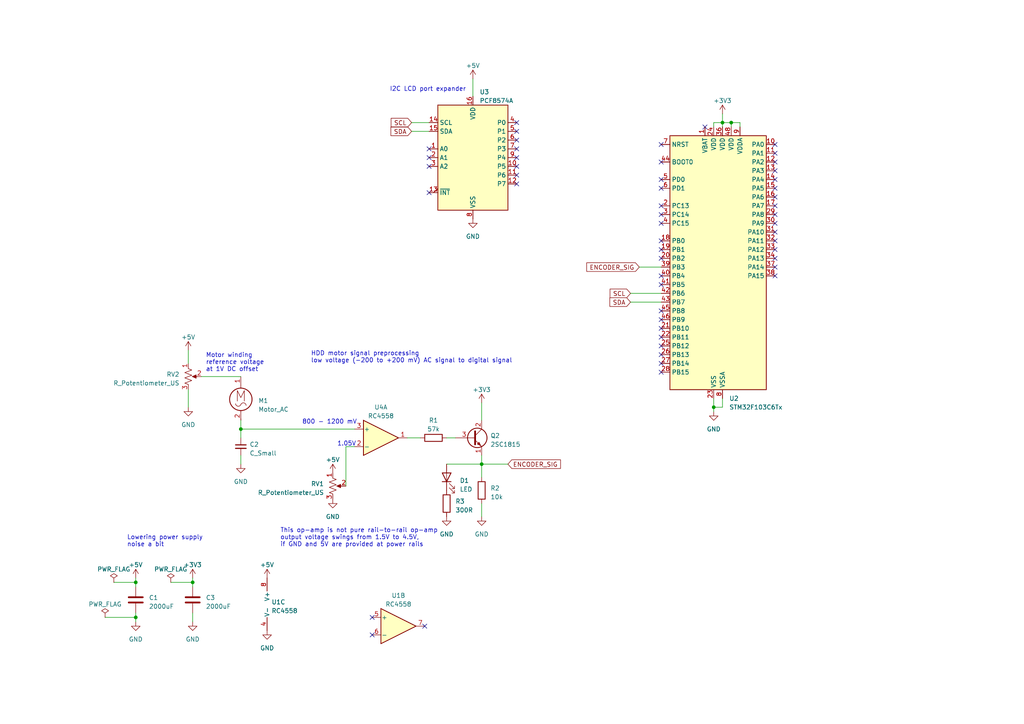
<source format=kicad_sch>
(kicad_sch (version 20230121) (generator eeschema)
  (paper "A4")
  (lib_symbols
    (symbol "Amplifier_Operational:RC4558" (pin_names (offset 0.127))
      (property "Reference" "U" (at 0 5.08 0))
      (property "Value" "RC4558" (at 0 -5.08 0))
      (symbol "RC4558_1_1"
        (polyline (pts (xy -5.08 5.08) (xy 5.08 0) (xy -5.08 -5.08) (xy -5.08 5.08)) (stroke (width 0.254)) (fill (type background)))
        (pin output line (at 7.62 0 180) (length 2.54) (name "~") (number "1"))
        (pin input line (at -7.62 -2.54 0) (length 2.54) (name "-") (number "2"))
        (pin input line (at -7.62 2.54 0) (length 2.54) (name "+") (number "3"))
      )
      (symbol "RC4558_2_1"
        (polyline (pts (xy -5.08 5.08) (xy 5.08 0) (xy -5.08 -5.08) (xy -5.08 5.08)) (stroke (width 0.254)) (fill (type background)))
        (pin input line (at -7.62 2.54 0) (length 2.54) (name "+") (number "5"))
        (pin input line (at -7.62 -2.54 0) (length 2.54) (name "-") (number "6"))
        (pin output line (at 7.62 0 180) (length 2.54) (name "~") (number "7"))
      )
      (symbol "RC4558_3_1"
        (pin power_in line (at -2.54 -7.62 90) (length 3.81) (name "V-") (number "4"))
        (pin power_in line (at -2.54 7.62 270) (length 3.81) (name "V+") (number "8"))
      )
    )
    (symbol "Device:C" (pin_numbers hide) (pin_names (offset 0.254))
      (property "Reference" "C" (at 0.635 2.54 0))
      (property "Value" "C" (at 0.635 -2.54 0))
      (symbol "C_0_1"
        (polyline (pts (xy -2.032 -0.762) (xy 2.032 -0.762)) (stroke (width 0.508)))
        (polyline (pts (xy -2.032 0.762) (xy 2.032 0.762)) (stroke (width 0.508)))
      )
      (symbol "C_1_1"
        (pin passive line (at 0 3.81 270) (length 2.794) (name "~") (number "1"))
        (pin passive line (at 0 -3.81 90) (length 2.794) (name "~") (number "2"))
      )
    )
    (symbol "Device:C_Small" (pin_numbers hide) (pin_names (offset 0.254) hide)
      (property "Reference" "C" (at 0.254 1.778 0))
      (property "Value" "C_Small" (at 0.254 -2.032 0))
      (symbol "C_Small_0_1"
        (polyline (pts (xy -1.524 -0.508) (xy 1.524 -0.508)) (stroke (width 0.3302)))
        (polyline (pts (xy -1.524 0.508) (xy 1.524 0.508)) (stroke (width 0.3048)))
      )
      (symbol "C_Small_1_1"
        (pin passive line (at 0 2.54 270) (length 2.032) (name "~") (number "1"))
        (pin passive line (at 0 -2.54 90) (length 2.032) (name "~") (number "2"))
      )
    )
    (symbol "Device:LED" (pin_numbers hide) (pin_names (offset 1.016) hide)
      (property "Reference" "D" (at 0 2.54 0))
      (property "Value" "LED" (at 0 -2.54 0))
      (symbol "LED_0_1"
        (polyline (pts (xy -1.27 -1.27) (xy -1.27 1.27)) (stroke (width 0.254)))
        (polyline (pts (xy -1.27 0) (xy 1.27 0)))
        (polyline (pts (xy 1.27 -1.27) (xy 1.27 1.27) (xy -1.27 0) (xy 1.27 -1.27)) (stroke (width 0.254)))
        (polyline (pts (xy -3.048 -0.762) (xy -4.572 -2.286) (xy -3.81 -2.286) (xy -4.572 -2.286) (xy -4.572 -1.524)))
        (polyline (pts (xy -1.778 -0.762) (xy -3.302 -2.286) (xy -2.54 -2.286) (xy -3.302 -2.286) (xy -3.302 -1.524)))
      )
      (symbol "LED_1_1"
        (pin passive line (at -3.81 0 0) (length 2.54) (name "K") (number "1"))
        (pin passive line (at 3.81 0 180) (length 2.54) (name "A") (number "2"))
      )
    )
    (symbol "Device:R" (pin_numbers hide) (pin_names (offset 0))
      (property "Reference" "R" (at 2.032 0 90))
      (property "Value" "R" (at 0 0 90))
      (symbol "R_0_1"
        (rectangle (start -1.016 -2.54) (end 1.016 2.54) (stroke (width 0.254)))
      )
      (symbol "R_1_1"
        (pin passive line (at 0 3.81 270) (length 1.27) (name "~") (number "1"))
        (pin passive line (at 0 -3.81 90) (length 1.27) (name "~") (number "2"))
      )
    )
    (symbol "Device:R_Potentiometer_US" (pin_names (offset 1.016) hide)
      (property "Reference" "RV" (at -4.445 0 90))
      (property "Value" "R_Potentiometer_US" (at -2.54 0 90))
      (symbol "R_Potentiometer_US_0_1"
        (polyline (pts (xy 0 -2.286) (xy 0 -2.54)))
        (polyline (pts (xy 0 2.54) (xy 0 2.286)))
        (polyline (pts (xy 2.54 0) (xy 1.524 0)))
        (polyline (pts (xy 1.143 0) (xy 2.286 0.508) (xy 2.286 -0.508) (xy 1.143 0)) (fill (type outline)))
        (polyline (pts (xy 0 -0.762) (xy 1.016 -1.143) (xy 0 -1.524) (xy -1.016 -1.905) (xy 0 -2.286)))
        (polyline (pts (xy 0 0.762) (xy 1.016 0.381) (xy 0 0) (xy -1.016 -0.381) (xy 0 -0.762)))
        (polyline (pts (xy 0 2.286) (xy 1.016 1.905) (xy 0 1.524) (xy -1.016 1.143) (xy 0 0.762)))
      )
      (symbol "R_Potentiometer_US_1_1"
        (pin passive line (at 0 3.81 270) (length 1.27) (name "1") (number "1"))
        (pin passive line (at 3.81 0 180) (length 1.27) (name "2") (number "2"))
        (pin passive line (at 0 -3.81 90) (length 1.27) (name "3") (number "3"))
      )
    )
    (symbol "Interface_Expansion:PCF8574A"
      (property "Reference" "U" (at -8.89 16.51 0))
      (property "Value" "PCF8574A" (at 2.54 16.51 0))
      (symbol "PCF8574A_0_1"
        (rectangle (start -10.16 15.24) (end 10.16 -15.24) (stroke (width 0.254)) (fill (type background)))
      )
      (symbol "PCF8574A_1_1"
        (pin input line (at -12.7 2.54 0) (length 2.54) (name "A0") (number "1"))
        (pin bidirectional line (at 12.7 -2.54 180) (length 2.54) (name "P5") (number "10"))
        (pin bidirectional line (at 12.7 -5.08 180) (length 2.54) (name "P6") (number "11"))
        (pin bidirectional line (at 12.7 -7.62 180) (length 2.54) (name "P7") (number "12"))
        (pin open_collector output_low (at -12.7 -10.16 0) (length 2.54) (name "~{INT}") (number "13"))
        (pin input line (at -12.7 10.16 0) (length 2.54) (name "SCL") (number "14"))
        (pin bidirectional line (at -12.7 7.62 0) (length 2.54) (name "SDA") (number "15"))
        (pin power_in line (at 0 17.78 270) (length 2.54) (name "VDD") (number "16"))
        (pin input line (at -12.7 0 0) (length 2.54) (name "A1") (number "2"))
        (pin input line (at -12.7 -2.54 0) (length 2.54) (name "A2") (number "3"))
        (pin bidirectional line (at 12.7 10.16 180) (length 2.54) (name "P0") (number "4"))
        (pin bidirectional line (at 12.7 7.62 180) (length 2.54) (name "P1") (number "5"))
        (pin bidirectional line (at 12.7 5.08 180) (length 2.54) (name "P2") (number "6"))
        (pin bidirectional line (at 12.7 2.54 180) (length 2.54) (name "P3") (number "7"))
        (pin power_in line (at 0 -17.78 90) (length 2.54) (name "VSS") (number "8"))
        (pin bidirectional line (at 12.7 0 180) (length 2.54) (name "P4") (number "9"))
      )
    )
    (symbol "MCU_ST_STM32F1:STM32F103C6Tx"
      (property "Reference" "U" (at -12.7 39.37 0))
      (property "Value" "STM32F103C6Tx" (at 10.16 39.37 0))
      (symbol "STM32F103C6Tx_0_1"
        (rectangle (start -12.7 -35.56) (end 15.24 38.1) (stroke (width 0.254)) (fill (type background)))
      )
      (symbol "STM32F103C6Tx_1_1"
        (pin power_in line (at -2.54 40.64 270) (length 2.54) (name "VBAT") (number "1"))
        (pin bidirectional line (at 17.78 35.56 180) (length 2.54) (name "PA0") (number "10"))
        (pin bidirectional line (at 17.78 33.02 180) (length 2.54) (name "PA1") (number "11"))
        (pin bidirectional line (at 17.78 30.48 180) (length 2.54) (name "PA2") (number "12"))
        (pin bidirectional line (at 17.78 27.94 180) (length 2.54) (name "PA3") (number "13"))
        (pin bidirectional line (at 17.78 25.4 180) (length 2.54) (name "PA4") (number "14"))
        (pin bidirectional line (at 17.78 22.86 180) (length 2.54) (name "PA5") (number "15"))
        (pin bidirectional line (at 17.78 20.32 180) (length 2.54) (name "PA6") (number "16"))
        (pin bidirectional line (at 17.78 17.78 180) (length 2.54) (name "PA7") (number "17"))
        (pin bidirectional line (at -15.24 7.62 0) (length 2.54) (name "PB0") (number "18"))
        (pin bidirectional line (at -15.24 5.08 0) (length 2.54) (name "PB1") (number "19"))
        (pin bidirectional line (at -15.24 17.78 0) (length 2.54) (name "PC13") (number "2"))
        (pin bidirectional line (at -15.24 2.54 0) (length 2.54) (name "PB2") (number "20"))
        (pin bidirectional line (at -15.24 -17.78 0) (length 2.54) (name "PB10") (number "21"))
        (pin bidirectional line (at -15.24 -20.32 0) (length 2.54) (name "PB11") (number "22"))
        (pin power_in line (at 0 -38.1 90) (length 2.54) (name "VSS") (number "23"))
        (pin power_in line (at 0 40.64 270) (length 2.54) (name "VDD") (number "24"))
        (pin bidirectional line (at -15.24 -22.86 0) (length 2.54) (name "PB12") (number "25"))
        (pin bidirectional line (at -15.24 -25.4 0) (length 2.54) (name "PB13") (number "26"))
        (pin bidirectional line (at -15.24 -27.94 0) (length 2.54) (name "PB14") (number "27"))
        (pin bidirectional line (at -15.24 -30.48 0) (length 2.54) (name "PB15") (number "28"))
        (pin bidirectional line (at 17.78 15.24 180) (length 2.54) (name "PA8") (number "29"))
        (pin bidirectional line (at -15.24 15.24 0) (length 2.54) (name "PC14") (number "3"))
        (pin bidirectional line (at 17.78 12.7 180) (length 2.54) (name "PA9") (number "30"))
        (pin bidirectional line (at 17.78 10.16 180) (length 2.54) (name "PA10") (number "31"))
        (pin bidirectional line (at 17.78 7.62 180) (length 2.54) (name "PA11") (number "32"))
        (pin bidirectional line (at 17.78 5.08 180) (length 2.54) (name "PA12") (number "33"))
        (pin bidirectional line (at 17.78 2.54 180) (length 2.54) (name "PA13") (number "34"))
        (pin passive line (at 0 -38.1 90) (length 2.54) hide (name "VSS") (number "35"))
        (pin power_in line (at 2.54 40.64 270) (length 2.54) (name "VDD") (number "36"))
        (pin bidirectional line (at 17.78 0 180) (length 2.54) (name "PA14") (number "37"))
        (pin bidirectional line (at 17.78 -2.54 180) (length 2.54) (name "PA15") (number "38"))
        (pin bidirectional line (at -15.24 0 0) (length 2.54) (name "PB3") (number "39"))
        (pin bidirectional line (at -15.24 12.7 0) (length 2.54) (name "PC15") (number "4"))
        (pin bidirectional line (at -15.24 -2.54 0) (length 2.54) (name "PB4") (number "40"))
        (pin bidirectional line (at -15.24 -5.08 0) (length 2.54) (name "PB5") (number "41"))
        (pin bidirectional line (at -15.24 -7.62 0) (length 2.54) (name "PB6") (number "42"))
        (pin bidirectional line (at -15.24 -10.16 0) (length 2.54) (name "PB7") (number "43"))
        (pin input line (at -15.24 30.48 0) (length 2.54) (name "BOOT0") (number "44"))
        (pin bidirectional line (at -15.24 -12.7 0) (length 2.54) (name "PB8") (number "45"))
        (pin bidirectional line (at -15.24 -15.24 0) (length 2.54) (name "PB9") (number "46"))
        (pin passive line (at 0 -38.1 90) (length 2.54) hide (name "VSS") (number "47"))
        (pin power_in line (at 5.08 40.64 270) (length 2.54) (name "VDD") (number "48"))
        (pin bidirectional line (at -15.24 25.4 0) (length 2.54) (name "PD0") (number "5"))
        (pin bidirectional line (at -15.24 22.86 0) (length 2.54) (name "PD1") (number "6"))
        (pin input line (at -15.24 35.56 0) (length 2.54) (name "NRST") (number "7"))
        (pin power_in line (at 2.54 -38.1 90) (length 2.54) (name "VSSA") (number "8"))
        (pin power_in line (at 7.62 40.64 270) (length 2.54) (name "VDDA") (number "9"))
      )
    )
    (symbol "Motor:Motor_AC" (pin_names (offset 0))
      (property "Reference" "M" (at 2.54 2.54 0))
      (property "Value" "Motor_AC" (at 2.54 -5.08 0))
      (symbol "Motor_AC_0_0"
        (arc (start -1.524 -2.794) (mid -0.8654 -3.5217) (end 0 -3.048))
        (polyline (pts (xy -1.016 -2.032) (xy -1.016 1.016) (xy 0 -1.016) (xy 1.016 1.016) (xy 1.016 -2.032)))
        (arc (start 1.524 -3.302) (mid 0.85 -2.5503) (end 0 -3.048))
      )
      (symbol "Motor_AC_0_1"
        (circle (center 0 -1.524) (radius 3.2512) (stroke (width 0.254)))
        (polyline (pts (xy 0 -7.62) (xy 0 -7.112)))
        (polyline (pts (xy 0 -4.7752) (xy 0 -5.1816)))
        (polyline (pts (xy 0 1.7272) (xy 0 2.0828)))
        (polyline (pts (xy 0 2.032) (xy 0 2.54)))
      )
      (symbol "Motor_AC_1_1"
        (pin passive line (at 0 5.08 270) (length 2.54) (name "~") (number "1"))
        (pin passive line (at 0 -7.62 90) (length 2.54) (name "~") (number "2"))
      )
    )
    (symbol "Transistor_BJT:2SC1815" (pin_names (offset 0) hide)
      (property "Reference" "Q" (at 5.08 1.905 0))
      (property "Value" "2SC1815" (at 5.08 0 0))
      (symbol "2SC1815_0_1"
        (polyline (pts (xy 0 0) (xy 0.508 0)))
        (polyline (pts (xy 0.635 0.635) (xy 2.54 2.54)))
        (polyline (pts (xy 0.635 -0.635) (xy 2.54 -2.54) (xy 2.54 -2.54)))
        (polyline (pts (xy 0.635 1.905) (xy 0.635 -1.905) (xy 0.635 -1.905)) (stroke (width 0.508)))
        (polyline (pts (xy 1.27 -1.778) (xy 1.778 -1.27) (xy 2.286 -2.286) (xy 1.27 -1.778) (xy 1.27 -1.778)) (fill (type outline)))
        (circle (center 1.27 0) (radius 2.8194) (stroke (width 0.254)))
      )
      (symbol "2SC1815_1_1"
        (pin passive line (at 2.54 -5.08 90) (length 2.54) (name "E") (number "1"))
        (pin passive line (at 2.54 5.08 270) (length 2.54) (name "C") (number "2"))
        (pin input line (at -5.08 0 0) (length 5.08) (name "B") (number "3"))
      )
    )
    (symbol "power:+3V3" (power) (pin_names (offset 0))
      (property "Value" "+3V3" (at 0 3.556 0))
      (symbol "+3V3_0_1"
        (polyline (pts (xy -0.762 1.27) (xy 0 2.54)))
        (polyline (pts (xy 0 0) (xy 0 2.54)))
        (polyline (pts (xy 0 2.54) (xy 0.762 1.27)))
      )
      (symbol "+3V3_1_1"
        (pin power_in line (at 0 0 90) (length 0) hide (name "+3V3") (number "1"))
      )
    )
    (symbol "power:+5V" (power) (pin_names (offset 0))
      (property "Value" "+5V" (at 0 3.556 0))
      (symbol "+5V_0_1"
        (polyline (pts (xy -0.762 1.27) (xy 0 2.54)))
        (polyline (pts (xy 0 0) (xy 0 2.54)))
        (polyline (pts (xy 0 2.54) (xy 0.762 1.27)))
      )
      (symbol "+5V_1_1"
        (pin power_in line (at 0 0 90) (length 0) hide (name "+5V") (number "1"))
      )
    )
    (symbol "power:GND" (power) (pin_names (offset 0))
      (property "Value" "GND" (at 0 -3.81 0))
      (symbol "GND_0_1"
        (polyline (pts (xy 0 0) (xy 0 -1.27) (xy 1.27 -1.27) (xy 0 -2.54) (xy -1.27 -1.27) (xy 0 -1.27)))
      )
      (symbol "GND_1_1"
        (pin power_in line (at 0 0 270) (length 0) hide (name "GND") (number "1"))
      )
    )
    (symbol "power:PWR_FLAG" (power) (pin_numbers hide) (pin_names (offset 0) hide)
      (property "Value" "PWR_FLAG" (at 0 3.81 0))
      (symbol "PWR_FLAG_0_0"
        (pin power_out line (at 0 0 90) (length 0) (name "pwr") (number "1"))
      )
      (symbol "PWR_FLAG_0_1"
        (polyline (pts (xy 0 0) (xy 0 1.27) (xy -1.016 1.905) (xy 0 2.54) (xy 1.016 1.905) (xy 0 1.27)))
      )
    )
  )
  (junction (at 139.7 134.62))
  (junction (at 207.01 118.11))
  (junction (at 39.37 168.91))
  (junction (at 55.88 168.91))
  (junction (at 69.85 124.46))
  (junction (at 212.09 35.56))
  (junction (at 39.37 179.07))
  (junction (at 209.55 35.56))
  (no_connect (at 191.77 59.69))
  (no_connect (at 224.79 49.53))
  (no_connect (at 107.95 179.07))
  (no_connect (at 191.77 95.25))
  (no_connect (at 224.79 54.61))
  (no_connect (at 224.79 72.39))
  (no_connect (at 224.79 67.31))
  (no_connect (at 124.46 43.18))
  (no_connect (at 191.77 69.85))
  (no_connect (at 224.79 62.23))
  (no_connect (at 224.79 74.93))
  (no_connect (at 107.95 184.15))
  (no_connect (at 191.77 90.17))
  (no_connect (at 191.77 46.99))
  (no_connect (at 191.77 41.91))
  (no_connect (at 149.86 50.8))
  (no_connect (at 224.79 46.99))
  (no_connect (at 191.77 92.71))
  (no_connect (at 191.77 100.33))
  (no_connect (at 191.77 97.79))
  (no_connect (at 191.77 54.61))
  (no_connect (at 204.47 36.83))
  (no_connect (at 124.46 55.88))
  (no_connect (at 191.77 80.01))
  (no_connect (at 191.77 82.55))
  (no_connect (at 224.79 41.91))
  (no_connect (at 224.79 69.85))
  (no_connect (at 191.77 102.87))
  (no_connect (at 224.79 52.07))
  (no_connect (at 224.79 80.01))
  (no_connect (at 191.77 64.77))
  (no_connect (at 191.77 74.93))
  (no_connect (at 191.77 52.07))
  (no_connect (at 191.77 62.23))
  (no_connect (at 191.77 72.39))
  (no_connect (at 224.79 59.69))
  (no_connect (at 124.46 48.26))
  (no_connect (at 224.79 57.15))
  (no_connect (at 149.86 53.34))
  (no_connect (at 224.79 77.47))
  (no_connect (at 191.77 107.95))
  (no_connect (at 149.86 38.1))
  (no_connect (at 123.19 181.61))
  (no_connect (at 224.79 64.77))
  (no_connect (at 124.46 45.72))
  (no_connect (at 149.86 48.26))
  (no_connect (at 191.77 105.41))
  (no_connect (at 149.86 43.18))
  (no_connect (at 149.86 40.64))
  (no_connect (at 224.79 44.45))
  (no_connect (at 149.86 35.56))
  (no_connect (at 149.86 45.72))
  (wire (pts (xy 207.01 118.11) (xy 209.55 118.11)))
  (wire (pts (xy 39.37 177.8) (xy 39.37 179.07)))
  (wire (pts (xy 139.7 138.43) (xy 139.7 134.62)))
  (wire (pts (xy 69.85 124.46) (xy 102.87 124.46)))
  (wire (pts (xy 139.7 146.05) (xy 139.7 149.86)))
  (wire (pts (xy 55.88 170.18) (xy 55.88 168.91)))
  (wire (pts (xy 119.38 35.56) (xy 124.46 35.56)))
  (wire (pts (xy 182.88 87.63) (xy 191.77 87.63)))
  (wire (pts (xy 100.33 140.97) (xy 100.33 129.54)))
  (wire (pts (xy 209.55 35.56) (xy 209.55 36.83)))
  (wire (pts (xy 119.38 38.1) (xy 124.46 38.1)))
  (wire (pts (xy 182.88 85.09) (xy 191.77 85.09)))
  (wire (pts (xy 33.02 168.91) (xy 39.37 168.91)))
  (wire (pts (xy 214.63 36.83) (xy 214.63 35.56)))
  (wire (pts (xy 55.88 168.91) (xy 55.88 167.64)))
  (wire (pts (xy 209.55 33.02) (xy 209.55 35.56)))
  (wire (pts (xy 209.55 115.57) (xy 209.55 118.11)))
  (wire (pts (xy 39.37 179.07) (xy 39.37 180.34)))
  (wire (pts (xy 55.88 177.8) (xy 55.88 180.34)))
  (wire (pts (xy 139.7 116.84) (xy 139.7 121.92)))
  (wire (pts (xy 58.42 109.22) (xy 69.85 109.22)))
  (wire (pts (xy 139.7 134.62) (xy 139.7 132.08)))
  (wire (pts (xy 49.53 168.91) (xy 55.88 168.91)))
  (wire (pts (xy 129.54 134.62) (xy 139.7 134.62)))
  (wire (pts (xy 214.63 35.56) (xy 212.09 35.56)))
  (wire (pts (xy 137.16 22.86) (xy 137.16 27.94)))
  (wire (pts (xy 207.01 35.56) (xy 209.55 35.56)))
  (wire (pts (xy 39.37 167.64) (xy 39.37 168.91)))
  (wire (pts (xy 54.61 105.41) (xy 54.61 101.6)))
  (wire (pts (xy 69.85 124.46) (xy 69.85 127)))
  (wire (pts (xy 69.85 132.08) (xy 69.85 134.62)))
  (wire (pts (xy 30.48 179.07) (xy 39.37 179.07)))
  (wire (pts (xy 129.54 127) (xy 132.08 127)))
  (wire (pts (xy 100.33 129.54) (xy 102.87 129.54)))
  (wire (pts (xy 39.37 168.91) (xy 39.37 170.18)))
  (wire (pts (xy 207.01 36.83) (xy 207.01 35.56)))
  (wire (pts (xy 212.09 36.83) (xy 212.09 35.56)))
  (wire (pts (xy 54.61 113.03) (xy 54.61 118.11)))
  (wire (pts (xy 185.42 77.47) (xy 191.77 77.47)))
  (wire (pts (xy 69.85 121.92) (xy 69.85 124.46)))
  (wire (pts (xy 212.09 35.56) (xy 209.55 35.56)))
  (wire (pts (xy 207.01 118.11) (xy 207.01 115.57)))
  (wire (pts (xy 207.01 119.38) (xy 207.01 118.11)))
  (wire (pts (xy 139.7 134.62) (xy 147.32 134.62)))
  (wire (pts (xy 118.11 127) (xy 121.92 127)))
  (text "This op-amp is not pure rail-to-rail op-amp\noutput voltage swings from 1.5V to 4.5V,\nif GND and 5V are provided at power rails\n" (at 81.28 158.75 0) (effects (font (size 1.27 1.27)) (justify left bottom)))
  (text "800 - 1200 mV\n" (at 87.63 123.19 0) (effects (font (size 1.27 1.27)) (justify left bottom)))
  (text "Lowering power supply\nnoise a bit\n" (at 36.83 158.75 0) (effects (font (size 1.27 1.27)) (justify left bottom)))
  (text "1.05V" (at 97.79 129.54 0) (effects (font (size 1.27 1.27)) (justify left bottom)))
  (text "HDD motor signal preprocessing\nlow voltage (-200 to +200 mV) AC signal to digital signal" (at 90.17 105.41 0) (effects (font (size 1.27 1.27)) (justify left bottom)))
  (text "I2C LCD port expander" (at 113.03 26.67 0) (effects (font (size 1.27 1.27)) (justify left bottom)))
  (text "Motor winding\nreference voltage\nat 1V DC offset" (at 59.69 107.95 0) (effects (font (size 1.27 1.27)) (justify left bottom)))
  (global_label "ENCODER_SIG" (shape input) (at 185.42 77.47 180) (property "Intersheetrefs" "${INTERSHEET_REFS}" (effects hide)))
  (global_label "SDA" (shape input) (at 182.88 87.63 180) (property "Intersheetrefs" "${INTERSHEET_REFS}" (effects hide)))
  (global_label "SDA" (shape input) (at 119.38 38.1 180) (property "Intersheetrefs" "${INTERSHEET_REFS}" (effects hide)))
  (global_label "SCL" (shape input) (at 119.38 35.56 180) (property "Intersheetrefs" "${INTERSHEET_REFS}" (effects hide)))
  (global_label "SCL" (shape input) (at 182.88 85.09 180) (property "Intersheetrefs" "${INTERSHEET_REFS}" (effects hide)))
  (global_label "ENCODER_SIG" (shape input) (at 147.32 134.62 0) (property "Intersheetrefs" "${INTERSHEET_REFS}" (effects hide)))
  (symbol (lib_id "Device:C") (at 39.37 173.99 0) (unit 1)
    (property "Reference" "C1" (at 43.18 173.355 0) (effects (justify left)))
    (property "Value" "2000uF" (at 43.18 175.895 0) (effects (justify left)))
  )
  (symbol (lib_id "power:GND") (at 139.7 149.86 0) (unit 1)
    (property "Reference" "#PWR06" (effects hide))
    (property "Value" "GND" (at 139.7 154.94 0))
  )
  (symbol (lib_id "Device:R_Potentiometer_US") (at 96.52 140.97 0) (unit 1)
    (property "Reference" "RV1" (at 93.98 140.335 0) (effects (justify right)))
    (property "Value" "R_Potentiometer_US" (at 93.98 142.875 0) (effects (justify right)))
  )
  (symbol (lib_id "power:PWR_FLAG") (at 49.53 168.91 0) (unit 1)
    (property "Reference" "#FLG02" (effects hide))
    (property "Value" "PWR_FLAG" (at 49.53 165.1 0))
  )
  (symbol (lib_id "power:GND") (at 54.61 118.11 0) (unit 1)
    (property "Reference" "#PWR02" (effects hide))
    (property "Value" "GND" (at 54.61 123.19 0))
  )
  (symbol (lib_id "power:+5V") (at 77.47 167.64 0) (unit 1)
    (property "Reference" "#PWR017" (effects hide))
    (property "Value" "+5V" (at 77.47 163.83 0))
  )
  (symbol (lib_id "Transistor_BJT:2SC1815") (at 137.16 127 0) (unit 1)
    (property "Reference" "Q2" (at 142.24 126.365 0) (effects (justify left)))
    (property "Value" "2SC1815" (at 142.24 128.905 0) (effects (justify left)))
    (property "Datasheet" "https://media.digikey.com/pdf/Data%20Sheets/Toshiba%20PDFs/2SC1815.pdf" (effects hide))
  )
  (symbol (lib_id "Device:C") (at 55.88 173.99 0) (unit 1)
    (property "Reference" "C3" (at 59.69 173.355 0) (effects (justify left)))
    (property "Value" "2000uF" (at 59.69 175.895 0) (effects (justify left)))
  )
  (symbol (lib_id "Amplifier_Operational:RC4558") (at 110.49 127 0) (unit 1)
    (property "Reference" "U4" (at 110.49 118.11 0))
    (property "Value" "RC4558" (at 110.49 120.65 0))
    (property "Datasheet" "http://www.ti.com/lit/ds/symlink/rc4558.pdf" (effects hide))
  )
  (symbol (lib_id "power:+5V") (at 96.52 137.16 0) (unit 1)
    (property "Reference" "#PWR04" (effects hide))
    (property "Value" "+5V" (at 96.52 133.35 0))
  )
  (symbol (lib_id "power:+5V") (at 39.37 167.64 0) (unit 1)
    (property "Reference" "#PWR011" (effects hide))
    (property "Value" "+5V" (at 39.37 163.83 0))
  )
  (symbol (lib_id "Device:LED") (at 129.54 138.43 90) (unit 1)
    (property "Reference" "D1" (at 133.35 139.3825 90) (effects (justify right)))
    (property "Value" "LED" (at 133.35 141.9225 90) (effects (justify right)))
  )
  (symbol (lib_id "power:GND") (at 207.01 119.38 0) (unit 1)
    (property "Reference" "#PWR015" (effects hide))
    (property "Value" "GND" (at 207.01 124.46 0))
  )
  (symbol (lib_id "power:PWR_FLAG") (at 33.02 168.91 0) (unit 1)
    (property "Reference" "#FLG01" (effects hide))
    (property "Value" "PWR_FLAG" (at 33.02 165.1 0))
  )
  (symbol (lib_id "power:GND") (at 55.88 180.34 0) (unit 1)
    (property "Reference" "#PWR014" (effects hide))
    (property "Value" "GND" (at 55.88 185.42 0))
  )
  (symbol (lib_id "power:+5V") (at 137.16 22.86 0) (unit 1)
    (property "Reference" "#PWR09" (effects hide))
    (property "Value" "+5V" (at 137.16 19.05 0))
  )
  (symbol (lib_id "power:+5V") (at 54.61 101.6 0) (unit 1)
    (property "Reference" "#PWR01" (effects hide))
    (property "Value" "+5V" (at 54.61 97.79 0))
  )
  (symbol (lib_id "power:GND") (at 77.47 182.88 0) (unit 1)
    (property "Reference" "#PWR018" (effects hide))
    (property "Value" "GND" (at 77.47 187.96 0))
  )
  (symbol (lib_id "power:GND") (at 39.37 180.34 0) (unit 1)
    (property "Reference" "#PWR012" (effects hide))
    (property "Value" "GND" (at 39.37 185.42 0))
  )
  (symbol (lib_id "power:GND") (at 69.85 134.62 0) (unit 1)
    (property "Reference" "#PWR03" (effects hide))
    (property "Value" "GND" (at 69.85 139.7 0))
  )
  (symbol (lib_id "Device:R") (at 129.54 146.05 0) (unit 1)
    (property "Reference" "R3" (at 132.08 145.415 0) (effects (justify left)))
    (property "Value" "300R" (at 132.08 147.955 0) (effects (justify left)))
  )
  (symbol (lib_id "Motor:Motor_AC") (at 69.85 114.3 0) (unit 1)
    (property "Reference" "M1" (at 74.93 116.205 0) (effects (justify left)))
    (property "Value" "Motor_AC" (at 74.93 118.745 0) (effects (justify left)))
  )
  (symbol (lib_id "power:+3V3") (at 139.7 116.84 0) (unit 1)
    (property "Reference" "#PWR08" (effects hide))
    (property "Value" "+3V3" (at 139.7 113.03 0))
  )
  (symbol (lib_id "power:+3V3") (at 209.55 33.02 0) (unit 1)
    (property "Reference" "#PWR016" (effects hide))
    (property "Value" "+3V3" (at 209.55 29.21 0))
  )
  (symbol (lib_id "Device:C_Small") (at 69.85 129.54 0) (unit 1)
    (property "Reference" "C2" (at 72.39 128.9113 0) (effects (justify left)))
    (property "Value" "C_Small" (at 72.39 131.4513 0) (effects (justify left)))
  )
  (symbol (lib_id "power:GND") (at 96.52 144.78 0) (unit 1)
    (property "Reference" "#PWR05" (effects hide))
    (property "Value" "GND" (at 96.52 149.86 0))
  )
  (symbol (lib_id "Amplifier_Operational:RC4558") (at 80.01 175.26 0) (unit 3)
    (property "Reference" "U1" (at 78.74 174.625 0) (effects (justify left)))
    (property "Value" "RC4558" (at 78.74 177.165 0) (effects (justify left)))
    (property "Datasheet" "http://www.ti.com/lit/ds/symlink/rc4558.pdf" (effects hide))
  )
  (symbol (lib_id "Device:R") (at 125.73 127 270) (unit 1)
    (property "Reference" "R1" (at 125.73 121.92 90))
    (property "Value" "57k" (at 125.73 124.46 90))
  )
  (symbol (lib_id "Amplifier_Operational:RC4558") (at 115.57 181.61 0) (unit 2)
    (property "Reference" "U1" (at 115.57 172.72 0))
    (property "Value" "RC4558" (at 115.57 175.26 0))
    (property "Datasheet" "http://www.ti.com/lit/ds/symlink/rc4558.pdf" (effects hide))
  )
  (symbol (lib_id "MCU_ST_STM32F1:STM32F103C6Tx") (at 207.01 77.47 0) (unit 1)
    (property "Reference" "U2" (at 211.5059 115.57 0) (effects (justify left)))
    (property "Value" "STM32F103C6Tx" (at 211.5059 118.11 0) (effects (justify left)))
    (property "Datasheet" "https://www.st.com/resource/en/datasheet/stm32f103c6.pdf" (effects hide))
  )
  (symbol (lib_id "Interface_Expansion:PCF8574A") (at 137.16 45.72 0) (unit 1)
    (property "Reference" "U3" (at 139.1159 26.67 0) (effects (justify left)))
    (property "Value" "PCF8574A" (at 139.1159 29.21 0) (effects (justify left)))
    (property "Datasheet" "http://www.nxp.com/documents/data_sheet/PCF8574_PCF8574A.pdf" (effects hide))
  )
  (symbol (lib_id "power:PWR_FLAG") (at 30.48 179.07 0) (unit 1)
    (property "Reference" "#FLG03" (effects hide))
    (property "Value" "PWR_FLAG" (at 30.48 175.26 0))
  )
  (symbol (lib_id "power:GND") (at 129.54 149.86 0) (unit 1)
    (property "Reference" "#PWR07" (effects hide))
    (property "Value" "GND" (at 129.54 154.94 0))
  )
  (symbol (lib_id "power:+3V3") (at 55.88 167.64 0) (unit 1)
    (property "Reference" "#PWR013" (effects hide))
    (property "Value" "+3V3" (at 55.88 163.83 0))
  )
  (symbol (lib_id "Device:R_Potentiometer_US") (at 54.61 109.22 0) (unit 1)
    (property "Reference" "RV2" (at 52.07 108.585 0) (effects (justify right)))
    (property "Value" "R_Potentiometer_US" (at 52.07 111.125 0) (effects (justify right)))
  )
  (symbol (lib_id "power:GND") (at 137.16 63.5 0) (unit 1)
    (property "Reference" "#PWR010" (effects hide))
    (property "Value" "GND" (at 137.16 68.58 0))
  )
  (symbol (lib_id "Device:R") (at 139.7 142.24 0) (unit 1)
    (property "Reference" "R2" (at 142.24 141.605 0) (effects (justify left)))
    (property "Value" "10k" (at 142.24 144.145 0) (effects (justify left)))
  )
)
</source>
